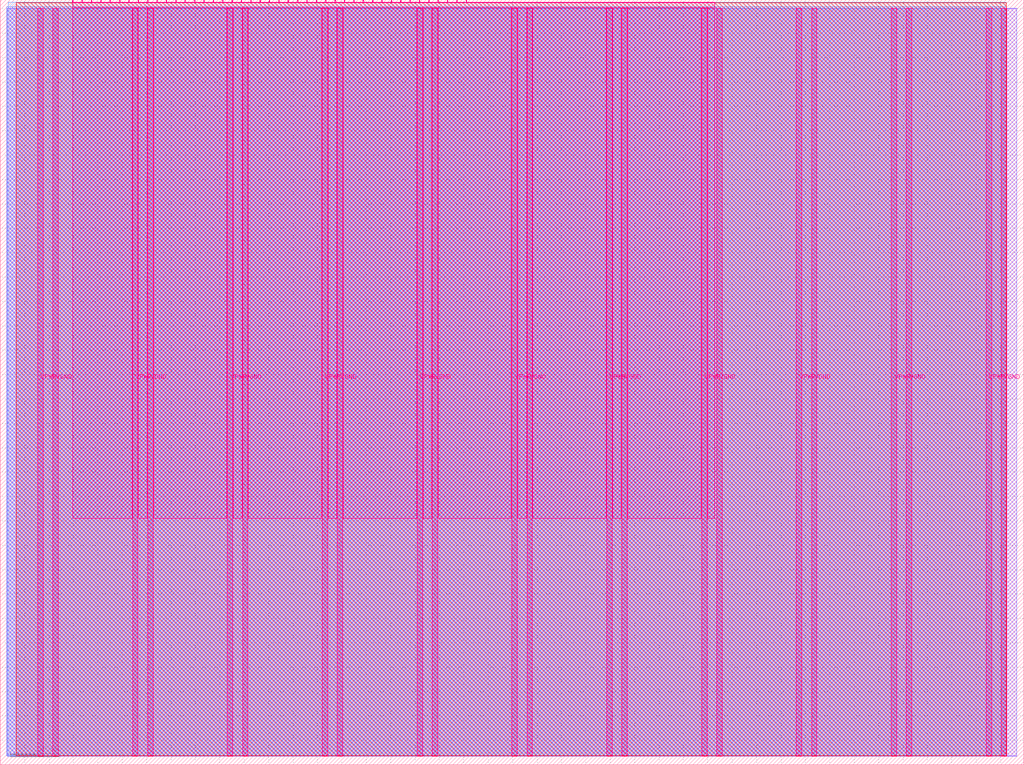
<source format=lef>
VERSION 5.7 ;
  NOWIREEXTENSIONATPIN ON ;
  DIVIDERCHAR "/" ;
  BUSBITCHARS "[]" ;
MACRO tt_um_devinatkin_basys3_uart
  CLASS BLOCK ;
  FOREIGN tt_um_devinatkin_basys3_uart ;
  ORIGIN 0.000 0.000 ;
  SIZE 419.520 BY 313.740 ;
  PIN VGND
    DIRECTION INOUT ;
    USE GROUND ;
    PORT
      LAYER Metal5 ;
        RECT 21.580 3.560 23.780 310.180 ;
    END
    PORT
      LAYER Metal5 ;
        RECT 60.450 3.560 62.650 310.180 ;
    END
    PORT
      LAYER Metal5 ;
        RECT 99.320 3.560 101.520 310.180 ;
    END
    PORT
      LAYER Metal5 ;
        RECT 138.190 3.560 140.390 310.180 ;
    END
    PORT
      LAYER Metal5 ;
        RECT 177.060 3.560 179.260 310.180 ;
    END
    PORT
      LAYER Metal5 ;
        RECT 215.930 3.560 218.130 310.180 ;
    END
    PORT
      LAYER Metal5 ;
        RECT 254.800 3.560 257.000 310.180 ;
    END
    PORT
      LAYER Metal5 ;
        RECT 293.670 3.560 295.870 310.180 ;
    END
    PORT
      LAYER Metal5 ;
        RECT 332.540 3.560 334.740 310.180 ;
    END
    PORT
      LAYER Metal5 ;
        RECT 371.410 3.560 373.610 310.180 ;
    END
    PORT
      LAYER Metal5 ;
        RECT 410.280 3.560 412.480 310.180 ;
    END
  END VGND
  PIN VPWR
    DIRECTION INOUT ;
    USE POWER ;
    PORT
      LAYER Metal5 ;
        RECT 15.380 3.560 17.580 310.180 ;
    END
    PORT
      LAYER Metal5 ;
        RECT 54.250 3.560 56.450 310.180 ;
    END
    PORT
      LAYER Metal5 ;
        RECT 93.120 3.560 95.320 310.180 ;
    END
    PORT
      LAYER Metal5 ;
        RECT 131.990 3.560 134.190 310.180 ;
    END
    PORT
      LAYER Metal5 ;
        RECT 170.860 3.560 173.060 310.180 ;
    END
    PORT
      LAYER Metal5 ;
        RECT 209.730 3.560 211.930 310.180 ;
    END
    PORT
      LAYER Metal5 ;
        RECT 248.600 3.560 250.800 310.180 ;
    END
    PORT
      LAYER Metal5 ;
        RECT 287.470 3.560 289.670 310.180 ;
    END
    PORT
      LAYER Metal5 ;
        RECT 326.340 3.560 328.540 310.180 ;
    END
    PORT
      LAYER Metal5 ;
        RECT 365.210 3.560 367.410 310.180 ;
    END
    PORT
      LAYER Metal5 ;
        RECT 404.080 3.560 406.280 310.180 ;
    END
  END VPWR
  PIN clk
    DIRECTION INPUT ;
    USE SIGNAL ;
    ANTENNAGATEAREA 0.213200 ;
    PORT
      LAYER Metal5 ;
        RECT 187.050 312.740 187.350 313.740 ;
    END
  END clk
  PIN ena
    DIRECTION INPUT ;
    USE SIGNAL ;
    ANTENNAGATEAREA 0.213200 ;
    PORT
      LAYER Metal5 ;
        RECT 190.890 312.740 191.190 313.740 ;
    END
  END ena
  PIN rst_n
    DIRECTION INPUT ;
    USE SIGNAL ;
    ANTENNAGATEAREA 0.314600 ;
    PORT
      LAYER Metal5 ;
        RECT 183.210 312.740 183.510 313.740 ;
    END
  END rst_n
  PIN ui_in[0]
    DIRECTION INPUT ;
    USE SIGNAL ;
    PORT
      LAYER Metal5 ;
        RECT 179.370 312.740 179.670 313.740 ;
    END
  END ui_in[0]
  PIN ui_in[1]
    DIRECTION INPUT ;
    USE SIGNAL ;
    PORT
      LAYER Metal5 ;
        RECT 175.530 312.740 175.830 313.740 ;
    END
  END ui_in[1]
  PIN ui_in[2]
    DIRECTION INPUT ;
    USE SIGNAL ;
    PORT
      LAYER Metal5 ;
        RECT 171.690 312.740 171.990 313.740 ;
    END
  END ui_in[2]
  PIN ui_in[3]
    DIRECTION INPUT ;
    USE SIGNAL ;
    PORT
      LAYER Metal5 ;
        RECT 167.850 312.740 168.150 313.740 ;
    END
  END ui_in[3]
  PIN ui_in[4]
    DIRECTION INPUT ;
    USE SIGNAL ;
    PORT
      LAYER Metal5 ;
        RECT 164.010 312.740 164.310 313.740 ;
    END
  END ui_in[4]
  PIN ui_in[5]
    DIRECTION INPUT ;
    USE SIGNAL ;
    PORT
      LAYER Metal5 ;
        RECT 160.170 312.740 160.470 313.740 ;
    END
  END ui_in[5]
  PIN ui_in[6]
    DIRECTION INPUT ;
    USE SIGNAL ;
    PORT
      LAYER Metal5 ;
        RECT 156.330 312.740 156.630 313.740 ;
    END
  END ui_in[6]
  PIN ui_in[7]
    DIRECTION INPUT ;
    USE SIGNAL ;
    PORT
      LAYER Metal5 ;
        RECT 152.490 312.740 152.790 313.740 ;
    END
  END ui_in[7]
  PIN uio_in[0]
    DIRECTION INPUT ;
    USE SIGNAL ;
    PORT
      LAYER Metal5 ;
        RECT 148.650 312.740 148.950 313.740 ;
    END
  END uio_in[0]
  PIN uio_in[1]
    DIRECTION INPUT ;
    USE SIGNAL ;
    ANTENNAGATEAREA 0.180700 ;
    PORT
      LAYER Metal5 ;
        RECT 144.810 312.740 145.110 313.740 ;
    END
  END uio_in[1]
  PIN uio_in[2]
    DIRECTION INPUT ;
    USE SIGNAL ;
    PORT
      LAYER Metal5 ;
        RECT 140.970 312.740 141.270 313.740 ;
    END
  END uio_in[2]
  PIN uio_in[3]
    DIRECTION INPUT ;
    USE SIGNAL ;
    PORT
      LAYER Metal5 ;
        RECT 137.130 312.740 137.430 313.740 ;
    END
  END uio_in[3]
  PIN uio_in[4]
    DIRECTION INPUT ;
    USE SIGNAL ;
    ANTENNAGATEAREA 0.180700 ;
    PORT
      LAYER Metal5 ;
        RECT 133.290 312.740 133.590 313.740 ;
    END
  END uio_in[4]
  PIN uio_in[5]
    DIRECTION INPUT ;
    USE SIGNAL ;
    PORT
      LAYER Metal5 ;
        RECT 129.450 312.740 129.750 313.740 ;
    END
  END uio_in[5]
  PIN uio_in[6]
    DIRECTION INPUT ;
    USE SIGNAL ;
    PORT
      LAYER Metal5 ;
        RECT 125.610 312.740 125.910 313.740 ;
    END
  END uio_in[6]
  PIN uio_in[7]
    DIRECTION INPUT ;
    USE SIGNAL ;
    PORT
      LAYER Metal5 ;
        RECT 121.770 312.740 122.070 313.740 ;
    END
  END uio_in[7]
  PIN uio_oe[0]
    DIRECTION OUTPUT ;
    USE SIGNAL ;
    ANTENNADIFFAREA 0.392700 ;
    PORT
      LAYER Metal5 ;
        RECT 56.490 312.740 56.790 313.740 ;
    END
  END uio_oe[0]
  PIN uio_oe[1]
    DIRECTION OUTPUT ;
    USE SIGNAL ;
    ANTENNADIFFAREA 0.299200 ;
    PORT
      LAYER Metal5 ;
        RECT 52.650 312.740 52.950 313.740 ;
    END
  END uio_oe[1]
  PIN uio_oe[2]
    DIRECTION OUTPUT ;
    USE SIGNAL ;
    ANTENNADIFFAREA 0.392700 ;
    PORT
      LAYER Metal5 ;
        RECT 48.810 312.740 49.110 313.740 ;
    END
  END uio_oe[2]
  PIN uio_oe[3]
    DIRECTION OUTPUT ;
    USE SIGNAL ;
    ANTENNADIFFAREA 0.392700 ;
    PORT
      LAYER Metal5 ;
        RECT 44.970 312.740 45.270 313.740 ;
    END
  END uio_oe[3]
  PIN uio_oe[4]
    DIRECTION OUTPUT ;
    USE SIGNAL ;
    ANTENNADIFFAREA 0.392700 ;
    PORT
      LAYER Metal5 ;
        RECT 41.130 312.740 41.430 313.740 ;
    END
  END uio_oe[4]
  PIN uio_oe[5]
    DIRECTION OUTPUT ;
    USE SIGNAL ;
    ANTENNADIFFAREA 0.299200 ;
    PORT
      LAYER Metal5 ;
        RECT 37.290 312.740 37.590 313.740 ;
    END
  END uio_oe[5]
  PIN uio_oe[6]
    DIRECTION OUTPUT ;
    USE SIGNAL ;
    ANTENNADIFFAREA 0.299200 ;
    PORT
      LAYER Metal5 ;
        RECT 33.450 312.740 33.750 313.740 ;
    END
  END uio_oe[6]
  PIN uio_oe[7]
    DIRECTION OUTPUT ;
    USE SIGNAL ;
    ANTENNADIFFAREA 0.299200 ;
    PORT
      LAYER Metal5 ;
        RECT 29.610 312.740 29.910 313.740 ;
    END
  END uio_oe[7]
  PIN uio_out[0]
    DIRECTION OUTPUT ;
    USE SIGNAL ;
    ANTENNADIFFAREA 0.654800 ;
    PORT
      LAYER Metal5 ;
        RECT 87.210 312.740 87.510 313.740 ;
    END
  END uio_out[0]
  PIN uio_out[1]
    DIRECTION OUTPUT ;
    USE SIGNAL ;
    ANTENNADIFFAREA 0.299200 ;
    PORT
      LAYER Metal5 ;
        RECT 83.370 312.740 83.670 313.740 ;
    END
  END uio_out[1]
  PIN uio_out[2]
    DIRECTION OUTPUT ;
    USE SIGNAL ;
    ANTENNADIFFAREA 0.706800 ;
    PORT
      LAYER Metal5 ;
        RECT 79.530 312.740 79.830 313.740 ;
    END
  END uio_out[2]
  PIN uio_out[3]
    DIRECTION OUTPUT ;
    USE SIGNAL ;
    ANTENNADIFFAREA 0.706800 ;
    PORT
      LAYER Metal5 ;
        RECT 75.690 312.740 75.990 313.740 ;
    END
  END uio_out[3]
  PIN uio_out[4]
    DIRECTION OUTPUT ;
    USE SIGNAL ;
    ANTENNADIFFAREA 0.299200 ;
    PORT
      LAYER Metal5 ;
        RECT 71.850 312.740 72.150 313.740 ;
    END
  END uio_out[4]
  PIN uio_out[5]
    DIRECTION OUTPUT ;
    USE SIGNAL ;
    ANTENNADIFFAREA 0.654800 ;
    PORT
      LAYER Metal5 ;
        RECT 68.010 312.740 68.310 313.740 ;
    END
  END uio_out[5]
  PIN uio_out[6]
    DIRECTION OUTPUT ;
    USE SIGNAL ;
    ANTENNADIFFAREA 0.299200 ;
    PORT
      LAYER Metal5 ;
        RECT 64.170 312.740 64.470 313.740 ;
    END
  END uio_out[6]
  PIN uio_out[7]
    DIRECTION OUTPUT ;
    USE SIGNAL ;
    ANTENNADIFFAREA 0.299200 ;
    PORT
      LAYER Metal5 ;
        RECT 60.330 312.740 60.630 313.740 ;
    END
  END uio_out[7]
  PIN uo_out[0]
    DIRECTION OUTPUT ;
    USE SIGNAL ;
    ANTENNAGATEAREA 0.109200 ;
    ANTENNADIFFAREA 0.632400 ;
    PORT
      LAYER Metal5 ;
        RECT 117.930 312.740 118.230 313.740 ;
    END
  END uo_out[0]
  PIN uo_out[1]
    DIRECTION OUTPUT ;
    USE SIGNAL ;
    ANTENNAGATEAREA 0.109200 ;
    ANTENNADIFFAREA 0.632400 ;
    PORT
      LAYER Metal5 ;
        RECT 114.090 312.740 114.390 313.740 ;
    END
  END uo_out[1]
  PIN uo_out[2]
    DIRECTION OUTPUT ;
    USE SIGNAL ;
    ANTENNAGATEAREA 0.109200 ;
    ANTENNADIFFAREA 0.632400 ;
    PORT
      LAYER Metal5 ;
        RECT 110.250 312.740 110.550 313.740 ;
    END
  END uo_out[2]
  PIN uo_out[3]
    DIRECTION OUTPUT ;
    USE SIGNAL ;
    ANTENNAGATEAREA 0.279000 ;
    ANTENNADIFFAREA 0.632400 ;
    PORT
      LAYER Metal5 ;
        RECT 106.410 312.740 106.710 313.740 ;
    END
  END uo_out[3]
  PIN uo_out[4]
    DIRECTION OUTPUT ;
    USE SIGNAL ;
    ANTENNAGATEAREA 0.109200 ;
    ANTENNADIFFAREA 0.632400 ;
    PORT
      LAYER Metal5 ;
        RECT 102.570 312.740 102.870 313.740 ;
    END
  END uo_out[4]
  PIN uo_out[5]
    DIRECTION OUTPUT ;
    USE SIGNAL ;
    ANTENNAGATEAREA 0.279000 ;
    ANTENNADIFFAREA 0.632400 ;
    PORT
      LAYER Metal5 ;
        RECT 98.730 312.740 99.030 313.740 ;
    END
  END uo_out[5]
  PIN uo_out[6]
    DIRECTION OUTPUT ;
    USE SIGNAL ;
    ANTENNAGATEAREA 0.241800 ;
    ANTENNADIFFAREA 0.632400 ;
    PORT
      LAYER Metal5 ;
        RECT 94.890 312.740 95.190 313.740 ;
    END
  END uo_out[6]
  PIN uo_out[7]
    DIRECTION OUTPUT ;
    USE SIGNAL ;
    ANTENNAGATEAREA 0.917800 ;
    ANTENNADIFFAREA 0.632400 ;
    PORT
      LAYER Metal5 ;
        RECT 91.050 312.740 91.350 313.740 ;
    END
  END uo_out[7]
  OBS
      LAYER GatPoly ;
        RECT 2.880 3.630 416.640 310.110 ;
      LAYER Metal1 ;
        RECT 2.880 3.560 416.640 310.180 ;
      LAYER Metal2 ;
        RECT 2.605 3.680 412.345 310.900 ;
      LAYER Metal3 ;
        RECT 3.260 3.635 412.300 312.625 ;
      LAYER Metal4 ;
        RECT 6.575 3.680 412.345 312.580 ;
      LAYER Metal5 ;
        RECT 30.120 312.530 33.240 312.740 ;
        RECT 33.960 312.530 37.080 312.740 ;
        RECT 37.800 312.530 40.920 312.740 ;
        RECT 41.640 312.530 44.760 312.740 ;
        RECT 45.480 312.530 48.600 312.740 ;
        RECT 49.320 312.530 52.440 312.740 ;
        RECT 53.160 312.530 56.280 312.740 ;
        RECT 57.000 312.530 60.120 312.740 ;
        RECT 60.840 312.530 63.960 312.740 ;
        RECT 64.680 312.530 67.800 312.740 ;
        RECT 68.520 312.530 71.640 312.740 ;
        RECT 72.360 312.530 75.480 312.740 ;
        RECT 76.200 312.530 79.320 312.740 ;
        RECT 80.040 312.530 83.160 312.740 ;
        RECT 83.880 312.530 87.000 312.740 ;
        RECT 87.720 312.530 90.840 312.740 ;
        RECT 91.560 312.530 94.680 312.740 ;
        RECT 95.400 312.530 98.520 312.740 ;
        RECT 99.240 312.530 102.360 312.740 ;
        RECT 103.080 312.530 106.200 312.740 ;
        RECT 106.920 312.530 110.040 312.740 ;
        RECT 110.760 312.530 113.880 312.740 ;
        RECT 114.600 312.530 117.720 312.740 ;
        RECT 118.440 312.530 121.560 312.740 ;
        RECT 122.280 312.530 125.400 312.740 ;
        RECT 126.120 312.530 129.240 312.740 ;
        RECT 129.960 312.530 133.080 312.740 ;
        RECT 133.800 312.530 136.920 312.740 ;
        RECT 137.640 312.530 140.760 312.740 ;
        RECT 141.480 312.530 144.600 312.740 ;
        RECT 145.320 312.530 148.440 312.740 ;
        RECT 149.160 312.530 152.280 312.740 ;
        RECT 153.000 312.530 156.120 312.740 ;
        RECT 156.840 312.530 159.960 312.740 ;
        RECT 160.680 312.530 163.800 312.740 ;
        RECT 164.520 312.530 167.640 312.740 ;
        RECT 168.360 312.530 171.480 312.740 ;
        RECT 172.200 312.530 175.320 312.740 ;
        RECT 176.040 312.530 179.160 312.740 ;
        RECT 179.880 312.530 183.000 312.740 ;
        RECT 183.720 312.530 186.840 312.740 ;
        RECT 187.560 312.530 190.680 312.740 ;
        RECT 191.400 312.530 292.900 312.740 ;
        RECT 29.660 310.390 292.900 312.530 ;
        RECT 29.660 101.075 54.040 310.390 ;
        RECT 56.660 101.075 60.240 310.390 ;
        RECT 62.860 101.075 92.910 310.390 ;
        RECT 95.530 101.075 99.110 310.390 ;
        RECT 101.730 101.075 131.780 310.390 ;
        RECT 134.400 101.075 137.980 310.390 ;
        RECT 140.600 101.075 170.650 310.390 ;
        RECT 173.270 101.075 176.850 310.390 ;
        RECT 179.470 101.075 209.520 310.390 ;
        RECT 212.140 101.075 215.720 310.390 ;
        RECT 218.340 101.075 248.390 310.390 ;
        RECT 251.010 101.075 254.590 310.390 ;
        RECT 257.210 101.075 287.260 310.390 ;
        RECT 289.880 101.075 292.900 310.390 ;
  END
END tt_um_devinatkin_basys3_uart
END LIBRARY


</source>
